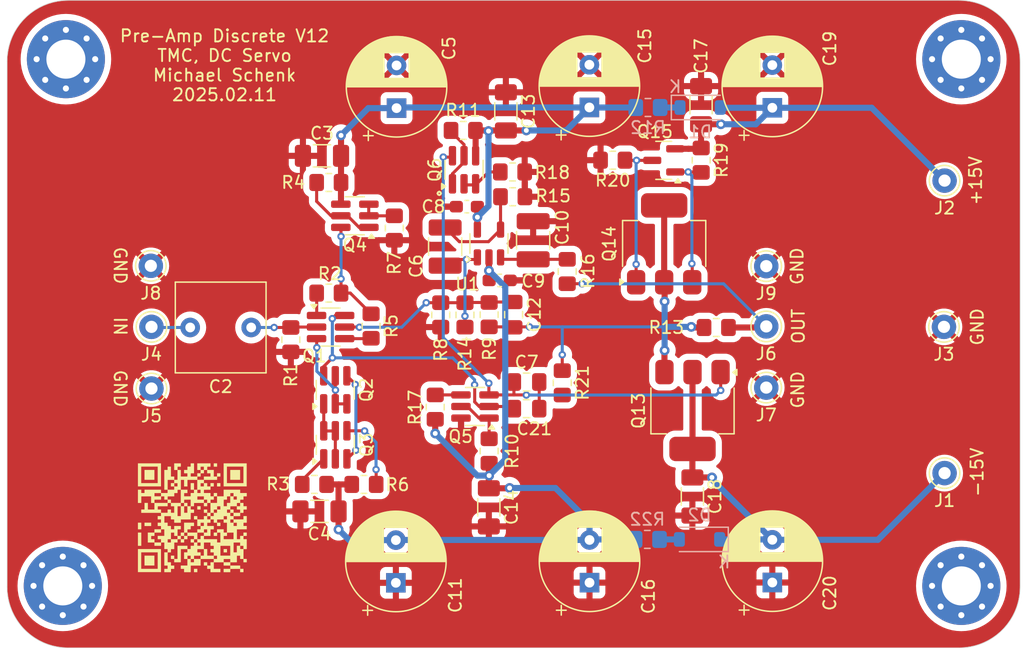
<source format=kicad_pcb>
(kicad_pcb (version 20240108) (generator "pcbnew") (generator_version "8.0")
  (layers (0 "F.Cu" signal) (31 "B.Cu" signal) (34 "B.Paste" user) (35 "F.Paste" user) (36 "B.SilkS" user "B.Silkscreen") (37 "F.SilkS" user "F.Silkscreen") (38 "B.Mask" user) (39 "F.Mask" user) (44 "Edge.Cuts" user))
  (net 0 "")
  (net 1 "GND")
  (net 2 "+15V")
  (net 3 "Net-(Q1A-B1)")
  (net 4 "-15V")
  (net 5 "Net-(J4-Pin_1)")
  (net 6 "Net-(U1--)")
  (net 7 "Net-(Q13-B)")
  (net 8 "Net-(C21-Pad1)")
  (net 9 "Net-(U1-+)")
  (net 10 "DCSERVO_OUT")
  (net 11 "DCSERVO_IN")
  (net 12 "Net-(Q13-E)")
  (net 13 "Net-(Q1B-B2)")
  (net 14 "Net-(Q1A-C1)")
  (net 15 "Net-(Q1A-E1)")
  (net 16 "Net-(Q1B-C2)")
  (net 17 "Net-(Q1B-E2)")
  (net 18 "Net-(Q2A-E1)")
  (net 19 "Net-(Q2B-E2)")
  (net 20 "Net-(Q3A-E1)")
  (net 21 "Net-(Q3B-E2)")
  (net 22 "Net-(Q4A-E1)")
  (net 23 "Net-(Q4A-B1)")
  (net 24 "Net-(Q4A-C1)")
  (net 25 "Net-(Q5A-E1)")
  (net 26 "Net-(Q5B-E2)")
  (net 27 "Net-(Q6A-E1)")
  (net 28 "Net-(Q6A-B1)")
  (net 29 "Net-(Q14-B)")
  (net 30 "Net-(Q14-E)")
  (net 31 "+V")
  (net 32 "-V")
  (net 33 "Net-(D1-K)")
  (net 34 "Net-(D2-A)")
  (footprint "Capacitor_THT:C_Rect_L7.2mm_W7.2mm_P5.00mm_FKS2_FKP2_MKS2_MKP2" (layer "F.Cu") (at 141.4272 122.3264 180)
    (property "Reference" "C2")
    (property "Value" "3.3uF")
  )
  (footprint "MountingHole:MountingHole_3.2mm_M3_Pad_Via" (layer "F.Cu") (at 125.984 143.51)
    (property "Reference" "H3" (hide yes))
    (property "Value" "MountingHole")
  )
  (footprint "Connector_Pin:Pin_D1.0mm_L10.0mm" (layer "F.Cu") (at 133.2522 122.2756)
    (property "Reference" "J4")
    (property "Value" "Conn_01x01")
  )
  (footprint "Connector_Pin:Pin_D1.0mm_L10.0mm" (layer "F.Cu") (at 133.2522 127.3302)
    (property "Reference" "J5")
    (property "Value" "Conn_01x01")
  )
  (footprint "Package_TO_SOT_SMD:SC-74-6_1.55x2.9mm_P0.95mm" (layer "F.Cu") (at 158.877 109.3978 90)
    (property "Reference" "Q6")
    (property "Value" "BCM857DS,115")
  )
  (footprint "Resistor_SMD:R_0805_2012Metric_Pad1.20x1.40mm_HandSolder" (layer "F.Cu") (at 144.6784 123.3264 -90)
    (property "Reference" "R1")
    (property "Value" "10k")
  )
  (footprint "Resistor_SMD:R_0805_2012Metric_Pad1.20x1.40mm_HandSolder" (layer "F.Cu") (at 147.7932 119.507 180)
    (property "Reference" "R2")
    (property "Value" "180R")
  )
  (footprint "Resistor_SMD:R_0805_2012Metric_Pad1.20x1.40mm_HandSolder" (layer "F.Cu") (at 146.6088 135.1917)
    (property "Reference" "R3")
    (property "Value" "220R")
  )
  (footprint "Resistor_SMD:R_0805_2012Metric_Pad1.20x1.40mm_HandSolder" (layer "F.Cu") (at 151.257 122.2088 -90)
    (property "Reference" "R5")
    (property "Value" "180R")
  )
  (footprint "Resistor_SMD:R_0805_2012Metric_Pad1.20x1.40mm_HandSolder" (layer "F.Cu") (at 150.6728 135.1917 180)
    (property "Reference" "R6")
    (property "Value" "220R")
  )
  (footprint "Resistor_SMD:R_0805_2012Metric_Pad1.20x1.40mm_HandSolder" (layer "F.Cu") (at 160.9344 121.2756 90)
    (property "Reference" "R9")
    (property "Value" "10k")
  )
  (footprint "Resistor_SMD:R_0805_2012Metric_Pad1.20x1.40mm_HandSolder" (layer "F.Cu") (at 160.9344 132.4516 -90)
    (property "Reference" "R10")
    (property "Value" "1k")
  )
  (footprint "MountingHole:MountingHole_3.2mm_M3_Pad_Via" (layer "F.Cu") (at 199.644 143.51)
    (property "Reference" "H2" (hide yes))
    (property "Value" "MountingHole")
  )
  (footprint "MountingHole:MountingHole_3.2mm_M3_Pad_Via" (layer "F.Cu") (at 199.644 100.33)
    (property "Reference" "H1" (hide yes))
    (property "Value" "MountingHole")
  )
  (footprint "Resistor_SMD:R_0805_2012Metric_Pad1.20x1.40mm_HandSolder" (layer "F.Cu") (at 158.8102 106.172 180)
    (property "Reference" "R11")
    (property "Value" "75R")
  )
  (footprint "MountingHole:MountingHole_3.2mm_M3_Pad_Via" (layer "F.Cu") (at 126.238 100.33)
    (property "Reference" "H4" (hide yes))
    (property "Value" "MountingHole")
  )
  (footprint "Resistor_SMD:R_0805_2012Metric_Pad1.20x1.40mm_HandSolder" (layer "F.Cu") (at 156.9659 121.2944 -90)
    (property "Reference" "R8")
    (property "Value" "4.7k")
  )
  (footprint "Connector_Pin:Pin_D1.0mm_L10.0mm" (layer "F.Cu") (at 183.652176 122.2375)
    (property "Reference" "J6")
    (property "Value" "Conn_01x01")
  )
  (footprint "Connector_Pin:Pin_D1.0mm_L10.0mm" (layer "F.Cu") (at 183.652176 127.254)
    (property "Reference" "J7")
    (property "Value" "Conn_01x01")
  )
  (footprint "Resistor_SMD:R_0805_2012Metric_Pad1.20x1.40mm_HandSolder" (layer "F.Cu") (at 179.553376 122.3264 180)
    (property "Reference" "R13")
    (property "Value" "47R")
  )
  (footprint "Capacitor_SMD:C_1210_3225Metric_Pad1.33x2.70mm_HandSolder" (layer "F.Cu") (at 157.3287 115.6931 90)
    (property "Reference" "C6")
    (property "Value" "1uF/16V")
  )
  (footprint "Capacitor_SMD:C_0603_1608Metric_Pad1.08x0.95mm_HandSolder" (layer "F.Cu") (at 159.1078 112.4204)
    (property "Reference" "C8")
    (property "Value" "100nF")
  )
  (footprint "Capacitor_SMD:C_0603_1608Metric_Pad1.08x0.95mm_HandSolder" (layer "F.Cu") (at 161.798 118.4656 180)
    (property "Reference" "C9")
    (property "Value" "100nF")
  )
  (footprint "Capacitor_SMD:C_1210_3225Metric_Pad1.33x2.70mm_HandSolder" (layer "F.Cu") (at 164.5423 115.1759 -90)
    (property "Reference" "C10")
    (property "Value" "1uF/16V")
  )
  (footprint "Connector_Pin:Pin_D1.0mm_L10.0mm" (layer "F.Cu") (at 198.2724 134.2644)
    (property "Reference" "J1")
    (property "Value" "Conn_01x01")
  )
  (footprint "Connector_Pin:Pin_D1.0mm_L10.0mm" (layer "F.Cu") (at 198.2724 110.2868)
    (property "Reference" "J2")
    (property "Value" "Conn_01x01")
  )
  (footprint "Connector_Pin:Pin_D1.0mm_L10.0mm" (layer "F.Cu") (at 198.2216 122.2756)
    (property "Reference" "J3")
    (property "Value" "Conn_01x01")
  )
  (footprint "Package_TO_SOT_SMD:SC-74-6_1.55x2.9mm_P0.95mm" (layer "F.Cu") (at 148.3258 131.946 90)
    (property "Reference" "Q3")
    (property "Value" "BCM847DS,115")
  )
  (footprint "Package_TO_SOT_SMD:SC-74-6_1.55x2.9mm_P0.95mm" (layer "F.Cu") (at 149.926 113.168655 180)
    (property "Reference" "Q4")
    (property "Value" "BCM857DS,115")
  )
  (footprint "Resistor_SMD:R_0805_2012Metric_Pad1.20x1.40mm_HandSolder" (layer "F.Cu") (at 147.7932 110.4392 180)
    (property "Reference" "R4")
    (property "Value" "150R")
  )
  (footprint "Resistor_SMD:R_0805_2012Metric_Pad1.20x1.40mm_HandSolder" (layer "F.Cu") (at 153.162 114.170955 -90)
    (property "Reference" "R7")
    (property "Value" "10k")
  )
  (footprint "Resistor_SMD:R_0805_2012Metric_Pad1.20x1.40mm_HandSolder" (layer "F.Cu") (at 158.9532 121.2944 90)
    (property "Reference" "R14")
    (property "Value" "47k")
  )
  (footprint "Resistor_SMD:R_0805_2012Metric_Pad1.20x1.40mm_HandSolder" (layer "F.Cu") (at 162.8648 111.6076)
    (property "Reference" "R15")
    (property "Value" "160k")
  )
  (footprint "Resistor_SMD:R_0805_2012Metric_Pad1.20x1.40mm_HandSolder" (layer "F.Cu") (at 167.3352 117.7384 90)
    (property "Reference" "R16")
    (property "Value" "160k")
  )
  (footprint "Package_TO_SOT_SMD:TSOT-23-5" (layer "F.Cu") (at 160.9203 115.4411 90)
    (property "Reference" "U1")
    (property "Value" "OPA182IDBVR")
  )
  (footprint "Capacitor_SMD:C_0805_2012Metric_Pad1.18x1.45mm_HandSolder" (layer "F.Cu") (at 164.0039 126.7968)
    (property "Reference" "C7")
    (property "Value" "100pF/C0G")
  )
  (footprint "Package_TO_SOT_SMD:SC-74-6_1.55x2.9mm_P0.95mm" (layer "F.Cu") (at 147.9351 122.2908)
    (property "Reference" "Q1")
    (property "Value" "BCM857DS,115")
  )
  (footprint "Package_TO_SOT_SMD:SC-74-6_1.55x2.9mm_P0.95mm" (layer "F.Cu") (at 148.3208 127.4373 90)
    (property "Reference" "Q2")
    (property "Value" "BCM847DS,115")
  )
  (footprint "Package_TO_SOT_SMD:SC-74-6_1.55x2.9mm_P0.95mm" (layer "F.Cu") (at 159.7754 128.8034 180)
    (property "Reference" "Q5")
    (property "Value" "BCM847DS,115")
  )
  (footprint "Resistor_SMD:R_0805_2012Metric_Pad1.20x1.40mm_HandSolder" (layer "F.Cu") (at 171.069776 108.6104 180)
    (property "Reference" "R20")
    (property "Value" "10k")
  )
  (footprint "Package_TO_SOT_SMD:SOT-223-3_TabPin2" (layer "F.Cu") (at 175.284176 115.468 90)
    (property "Reference" "Q14")
    (property "Value" "DZT5401")
  )
  (footprint "Capacitor_SMD:C_0805_2012Metric_Pad1.18x1.45mm_HandSolder" (layer "F.Cu") (at 164.0039 128.9812 180)
    (property "Reference" "C21")
    (property "Value" "47pF/C0G")
  )
  (footprint "Capacitor_THT:CP_Radial_D8.0mm_P3.50mm" (layer "F.Cu") (at 169.164 143.244951 90)
    (property "Reference" "C16")
    (property "Value" "220uF")
  )
  (footprint "Capacitor_SMD:C_1206_3216Metric_Pad1.33x1.80mm_HandSolder" (layer "F.Cu") (at 178.308 104.1015 -90)
    (property "Reference" "C17")
    (property "Value" "100nF")
  )
  (footprint "Resistor_SMD:R_0805_2012Metric_Pad1.20x1.40mm_HandSolder" (layer "F.Cu") (at 156.5148 128.8542 -90)
    (property "Reference" "R17")
    (property "Value" "56")
  )
  (footprint "Connector_Pin:Pin_D1.0mm_L10.0mm" (layer "F.Cu") (at 133.2014 117.2718)
    (property "Reference" "J8")
    (property "Value" "Conn_01x01")
  )
  (footprint "Capacitor_THT:CP_Radial_D8.0mm_P3.50mm" (layer "F.Cu") (at 153.344036 104.3432 90)
    (property "Reference" "C5")
    (property "Value" "220uF")
  )
  (footprint "Capacitor_SMD:C_1206_3216Metric_Pad1.33x1.80mm_HandSolder" (layer "F.Cu") (at 147.0275 137.4015 180)
    (property "Reference" "C4")
    (property "Value" "100nF")
  )
  (footprint "Package_TO_SOT_SMD:SOT-23" (layer "F.Cu") (at 175.247076 108.6256 180)
    (property "Reference" "Q15")
    (property "Value" "BC860C")
  )
  (footprint "Resistor_SMD:R_0805_2012Metric_Pad1.20x1.40mm_HandSolder" (layer "F.Cu") (at 178.318176 108.6104 -90)
    (property "Reference" "R19")
    (property "Value" "40.2R")
  )
  (footprint "Capacitor_THT:CP_Radial_D8.0mm_P3.50mm" (layer "F.Cu") (at 184.15 104.3152 90)
    (property "Reference" "C19")
    (property "Value" "220uF")
  )
  (footprint "Connector_Pin:Pin_D1.0mm_L10.0mm" (layer "F.Cu") (at 183.652176 117.2972)
    (property "Reference" "J9")
    (property "Value" "Conn_01x01")
  )
  (footprint "Capacitor_THT:CP_Radial_D8.0mm_P3.50mm" (layer "F.Cu") (at 169.151931 104.2872 90)
    (property "Reference" "C15")
    (property "Value" "220uF")
  )
  (footprint "Capacitor_SMD:C_1206_3216Metric_Pad1.33x1.80mm_HandSolder" (layer "F.Cu") (at 162.306 104.6095 -90)
    (property "Reference" "C13")
    (property "Value" "100nF")
  )
  (footprint "Resistor_SMD:R_0805_2012Metric_Pad1.20x1.40mm_HandSolder" (layer "F.Cu") (at 162.8488 109.5756)
    (property "Reference" "R18")
    (property "Value" "10k")
  )
  (footprint "Capacitor_SMD:C_0805_2012Metric_Pad1.18x1.45mm_HandSolder" (layer "F.Cu") (at 162.941 121.2756 90)
    (property "Reference" "C12")
    (property "Value" "4.7pF/C0G")
  )
  (footprint "LOGO" (layer "F.Cu") (at 136.6012 137.922)
    (property "Reference" "G***" (hide yes))
    (property "Value" "LOGO" (hide yes))
  )
  (footprint "Capacitor_SMD:C_1206_3216Metric_Pad1.33x1.80mm_HandSolder" (layer "F.Cu") (at 147.2307 108.2548)
    (property "Reference" "C3")
    (property "Value" "100nF")
  )
  (footprint "Capacitor_SMD:C_1206_3216Metric_Pad1.33x1.80mm_HandSolder" (layer "F.Cu") (at 177.5968 136.1825 -90)
    (property "Reference" "C18")
    (property "Value" "100nF")
  )
  (footprint "Package_TO_SOT_SMD:SOT-223-3_TabPin2" (layer "F.Cu") (at 177.606976 129.134 -90)
    (property "Reference" "Q13")
    (property "Value" "DZT5401")
  )
  (footprint "Capacitor_SMD:C_1206_3216Metric_Pad1.33x1.80mm_HandSolder" (layer "F.Cu") (at 160.909 137.0715 -90)
    (property "Reference" "C14")
    (property "Value" "100nF")
  )
  (footprint "Resistor_SMD:R_0805_2012Metric_Pad1.20x1.40mm_HandSolder" (layer "F.Cu") (at 166.9288 126.8636 -90)
    (property "Reference" "R21")
    (property "Value" "1k")
  )
  (footprint "Capacitor_THT:CP_Radial_D8.0mm_P3.50mm" (layer "F.Cu") (at 184.15 143.232251 90)
    (property "Reference" "C20")
    (property "Value" "220uF")
  )
  (footprint "Capacitor_THT:CP_Radial_D8.0mm_P3.50mm" (layer "F.Cu") (at 153.289 143.257651 90)
    (property "Reference" "C11")
    (property "Value" "220uF")
  )
  (footprint "Resistor_SMD:R_0805_2012Metric_Pad1.20x1.40mm_HandSolder" (layer "B.Cu") (at 173.9532 104.2924)
    (property "Reference" "R12")
    (property "Value" "100R")
  )
  (footprint "Resistor_SMD:R_0805_2012Metric_Pad1.20x1.40mm_HandSolder" (layer "B.Cu") (at 173.9024 139.7 180)
    (property "Reference" "R22")
    (property "Value" "100R")
  )
  (footprint "Diode_SMD:D_SOD-123" (layer "B.Cu") (at 178.2308 104.2924)
    (property "Reference" "D1")
    (property "Value" "1N4148WQ-7-F")
  )
  (footprint "Diode_SMD:D_SOD-123" (layer "B.Cu") (at 178.18 139.7 180)
    (property "Reference" "D2")
    (property "Value" "1N4148WQ-7-F")
  )
  (gr_arc (start 126.412 148.59) (mid 122.876466 147.125534) (end 121.412 143.59) (stroke (width 0.05)) (layer "Edge.Cuts"))
  (gr_line (start 199.47 148.59) (end 126.412 148.59) (stroke (width 0.05)) (layer "Edge.Cuts"))
  (gr_arc (start 199.47 95.504) (mid 203.005534 96.968466) (end 204.47 100.504) (stroke (width 0.05)) (layer "Edge.Cuts"))
  (gr_arc (start 121.412 100.504) (mid 122.876466 96.968466) (end 126.412 95.504) (stroke (width 0.05)) (layer "Edge.Cuts"))
  (gr_arc (start 204.47 143.59) (mid 203.005534 147.125534) (end 199.47 148.59) (stroke (width 0.05)) (layer "Edge.Cuts"))
  (gr_line (start 121.412 143.59) (end 121.412 100.504) (stroke (width 0.05)) (layer "Edge.Cuts"))
  (gr_line (start 126.412 95.504) (end 199.47 95.504) (stroke (width 0.05)) (layer "Edge.Cuts"))
  (gr_line (start 204.47 100.504) (end 204.47 143.59) (stroke (width 0.05)) (layer "Edge.Cuts"))
  (gr_text "K" (at 180.7972 142.1384 0) (layer "B.SilkS") (effects (font (size 1 1)) (justify left bottom mirror)))
  (gr_text "K" (at 176.784 103.1748 0) (layer "B.SilkS") (effects (font (size 1 1)) (justify left bottom mirror)))
  (gr_text "GND" (at 186.2328 127.4318 90) (layer "F.SilkS") (effects (font (size 1 1))))
  (gr_text "OUT" (at 186.2836 122.2248 90) (layer "F.SilkS") (effects (font (size 1 1))))
  (gr_text "GND" (at 200.9521 122.2756 90) (layer "F.SilkS") (effects (font (size 1 1))))
  (gr_text "Pre-Amp Discrete V12\nTMC, DC Servo\nMichael Schenk\n2025.02.11" (at 139.2428 100.838 0) (layer "F.SilkS") (effects (font (size 1 1))))
  (gr_text "+15V" (at 200.8124 110.2868 90) (layer "F.SilkS") (effects (font (size 1 1))))
  (gr_text "GND" (at 186.182 117.2972 90) (layer "F.SilkS") (effects (font (size 1 1))))
  (gr_text "IN" (at 130.6868 122.2248 270) (layer "F.SilkS") (effects (font (size 1 1))))
  (gr_text "GND" (at 130.6868 117.2464 270) (layer "F.SilkS") (effects (font (size 1 1))))
  (gr_text "°" (at 156.845 111.7346 0) (layer "F.SilkS") (effects (font (size 1 1))))
  (gr_text "-15V" (at 200.9394 134.1882 90) (layer "F.SilkS") (effects (font (size 1 1))))
  (gr_text "GND" (at 130.6868 127.3302 270) (layer "F.SilkS") (effects (font (size 1 1))))
  (segment (start 158.2453 112.4204) (end 156.4386 112.4204) (width 0.5) (layer "F.Cu") (net 1))
  (segment (start 158.6379 131.1297) (end 158.6484 131.1402) (width 0.5) (layer "F.Cu") (net 1))
  (segment (start 162.6605 118.4656) (end 164.211 118.4656) (width 0.5) (layer "F.Cu") (net 1))
  (segment (start 164.211 118.4656) (end 165.354 119.6086) (width 0.5) (layer "F.Cu") (net 1))
  (segment (start 158.6379 129.7534) (end 158.6379 131.1297) (width 0.5) (layer "F.Cu") (net 1))
  (segment (start 156.4386 112.4204) (end 155.2956 111.2774) (width 0.5) (layer "F.Cu") (net 1))
  (segment (start 179.9336 105.664) (end 178.308 105.664) (width 0.5) (layer "F.Cu") (net 2))
  (segment (start 178.308 105.664) (end 178.308 107.600224) (width 0.5) (layer "F.Cu") (net 2))
  (segment (start 178.308 107.600224) (end 178.318176 107.6104) (width 0.5) (layer "F.Cu") (net 2))
  (segment (start 177.281776 107.6756) (end 178.252976 107.6756) (width 0.5) (layer "F.Cu") (net 2))
  (segment (start 176.184576 107.6756) (end 177.281776 107.6756) (width 0.5) (layer "F.Cu") (net 2))
  (via (at 179.9336 105.664) (size 0.8) (drill 0.4) (layers "F.Cu" "B.Cu") (net 2))
  (segment (start 184.15 104.3152) (end 179.9036 104.3152) (width 0.5) (layer "B.Cu") (net 2))
  (segment (start 192.3008 104.3152) (end 198.2724 110.2868) (width 0.5) (layer "B.Cu") (net 2))
  (segment (start 182.8012 105.664) (end 184.15 104.3152) (width 0.5) (layer "B.Cu") (net 2))
  (segment (start 184.15 104.3152) (end 192.3008 104.3152) (width 0.5) (layer "B.Cu") (net 2))
  (segment (start 179.9336 105.664) (end 182.8012 105.664) (width 0.5) (layer "B.Cu") (net 2))
  (segment (start 179.9036 104.3152) (end 179.8808 104.2924) (width 0.5) (layer "B.Cu") (net 2))
  (segment (start 183.652176 104.2924) (end 183.652176 104.536224) (width 0.5) (layer "B.Cu") (net 2))
  (segment (start 143.3068 122.3264) (end 144.6784 122.3264) (width 0.25) (layer "F.Cu") (net 3))
  (segment (start 144.714 122.2908) (end 144.6784 122.3264) (width 0.25) (layer "F.Cu") (net 3))
  (segment (start 146.7851 122.2908) (end 144.714 122.2908) (width 0.25) (layer "F.Cu") (net 3))
  (via (at 143.3068 122.3264) (size 0.6) (drill 0.3) (layers "F.Cu" "B.Cu") (net 3))
  (segment (start 143.3068 122.3264) (end 141.4272 122.3264) (width 0.25) (layer "B.Cu") (net 3))
  (segment (start 177.5968 134.62) (end 177.5968 132.294176) (width 0.5) (layer "F.Cu") (net 4))
  (segment (start 177.5968 132.294176) (end 177.606976 132.284) (width 0.5) (layer "F.Cu") (net 4))
  (segment (start 177.606976 132.284) (end 177.606976 125.984) (width 0.5) (layer "F.Cu") (net 4))
  (segment (start 179.197 134.62) (end 177.5968 134.62) (width 0.5) (layer "F.Cu") (net 4))
  (via (at 179.197 134.62) (size 0.8) (drill 0.4) (layers "F.Cu" "B.Cu") (net 4))
  (segment (start 179.197 134.779251) (end 179.197 134.62) (width 0.5) (layer "B.Cu") (net 4))
  (segment (start 184.117749 139.7) (end 184.15 139.732251) (width 0.5) (layer "B.Cu") (net 4))
  (segment (start 184.15 139.732251) (end 192.804549 139.732251) (width 0.5) (layer "B.Cu") (net 4))
  (segment (start 192.804549 139.732251) (end 198.2724 134.2644) (width 0.5) (layer "B.Cu") (net 4))
  (segment (start 179.3748 134.62) (end 179.197 134.62) (width 0.5) (layer "B.Cu") (net 4))
  (segment (start 179.83 139.7) (end 184.117749 139.7) (width 0.5) (layer "B.Cu") (net 4))
  (segment (start 184.15 139.732251) (end 179.197 134.779251) (width 0.5) (layer "B.Cu") (net 4))
  (segment (start 136.4272 122.3264) (end 133.303 122.3264) (width 0.25) (layer "B.Cu") (net 5))
  (segment (start 161.8703 114.3036) (end 161.8703 111.6131) (width 0.25) (layer "F.Cu") (net 6))
  (segment (start 161.8703 114.3036) (end 160.8828 115.2911) (width 0.25) (layer "F.Cu") (net 6))
  (segment (start 158.4892 115.2911) (end 157.3287 114.1306) (width 0.25) (layer "F.Cu") (net 6))
  (segment (start 160.8828 115.2911) (end 158.4892 115.2911) (width 0.25) (layer "F.Cu") (net 6))
  (segment (start 160.9129 127.8534) (end 160.9129 126.9023) (width 0.25) (layer "F.Cu") (net 7))
  (segment (start 162.9664 126.7968) (end 162.9664 127.8534) (width 0.25) (layer "F.Cu") (net 7))
  (segment (start 160.9129 126.9023) (end 160.909 126.8984) (width 0.25) (layer "F.Cu") (net 7))
  (segment (start 163.9824 127.8636) (end 163.9722 127.8534) (width 0.25) (layer "F.Cu") (net 7))
  (segment (start 163.9722 127.8534) (end 162.9664 127.8534) (width 0.25) (layer "F.Cu") (net 7))
  (segment (start 162.9664 127.8534) (end 160.9254 127.8534) (width 0.25) (layer "F.Cu") (net 7))
  (segment (start 163.9824 127.8636) (end 163.9824 127.8128) (width 0.25) (layer "F.Cu") (net 7))
  (segment (start 179.918376 127.4826) (end 179.918376 125.9954) (width 0.25) (layer "F.Cu") (net 7))
  (segment (start 157.1807 108.3619) (end 157.1752 108.3564) (width 0.25) (layer "F.Cu") (net 7))
  (segment (start 157.927 108.3619) (end 157.1807 108.3619) (width 0.25) (layer "F.Cu") (net 7))
  (via (at 179.918376 127.4826) (size 0.6) (drill 0.3) (layers "F.Cu" "B.Cu") (net 7))
  (via (at 157.1752 108.3564) (size 0.6) (drill 0.3) (layers "F.Cu" "B.Cu") (net 7))
  (via (at 160.909 126.8984) (size 0.6) (drill 0.3) (layers "F.Cu" "B.Cu") (net 7))
  (via (at 163.9824 127.8636) (size 0.6) (drill 0.3) (layers "F.Cu" "B.Cu") (net 7))
  (segment (start 160.909 126.8984) (end 157.1752 123.1646) (width 0.25) (layer "B.Cu") (net 7))
  (segment (start 157.1752 123.1646) (end 157.1752 108.3564) (width 0.25) (layer "B.Cu") (net 7))
  (segment (start 179.537376 127.8636) (end 179.918376 127.4826) (width 0.25) (layer "B.Cu") (net 7))
  (segment (start 163.9824 127.8636) (end 179.537376 127.8636) (width 0.25) (layer "B.Cu") (net 7))
  (segment (start 165.0414 127.8636) (end 165.0414 126.7968) (width 0.25) (layer "F.Cu") (net 8))
  (segment (start 166.9288 127.8636) (end 165.0414 127.8636) (width 0.25) (layer "F.Cu") (net 8))
  (segment (start 165.0414 128.9812) (end 165.0414 127.8636) (width 0.25) (layer "F.Cu") (net 8))
  (segment (start 167.3352 116.7384) (end 164.5423 116.7384) (width 0.25) (layer "F.Cu") (net 9))
  (segment (start 164.5423 116.7384) (end 161.883 116.7384) (width 0.25) (layer "F.Cu") (net 9))
  (segment (start 159.0686 116.7511) (end 157.8332 116.7511) (width 0.25) (layer "F.Cu") (net 10))
  (segment (start 158.9532 122.2944) (end 158.9532 121.3939) (width 0.25) (layer "F.Cu") (net 10))
  (segment (start 159.9703 116.7511) (end 159.0686 116.7511) (width 0.25) (layer "F.Cu") (net 10))
  (via (at 159.0686 116.7511) (size 0.6) (drill 0.3) (layers "F.Cu" "B.Cu") (net 10))
  (via (at 158.9532 121.3939) (size 0.6) (drill 0.3) (layers "F.Cu" "B.Cu") (net 10))
  (segment (start 158.9532 121.3939) (end 158.9532 116.8665) (width 0.25) (layer "B.Cu") (net 10))
  (segment (start 158.9532 116.8665) (end 159.0686 116.7511) (width 0.25) (layer "B.Cu") (net 10))
  (segment (start 167.3352 118.7384) (end 168.5478 118.7384) (width 0.25) (layer "F.Cu") (net 11))
  (segment (start 180.553376 122.3264) (end 183.563276 122.3264) (width 0.5) (layer "F.Cu") (net 11))
  (segment (start 168.5478 118.7384) (end 168.5544 118.745) (width 0.25) (layer "F.Cu") (net 11))
  (via (at 168.5544 118.745) (size 0.6) (drill 0.3) (layers "F.Cu" "B.Cu") (net 11))
  (segment (start 180.159676 118.745) (end 183.652176 122.2375) (width 0.25) (layer "B.Cu") (net 11))
  (segment (start 168.5544 118.745) (end 180.159676 118.745) (width 0.25) (layer "B.Cu") (net 11))
  (segment (start 175.306976 125.984) (end 175.306976 124.22) (width 0.5) (layer "F.Cu") (net 12))
  (segment (start 166.9288 125.8636) (end 166.9288 124.5616) (width 0.25) (layer "F.Cu") (net 12))
  (segment (start 177.556176 122.3264) (end 177.505376 122.2756) (width 0.5) (layer "F.Cu") (net 12))
  (segment (start 160.9344 122.2756) (end 164.2364 122.2756) (width 0.25) (layer "F.Cu") (net 12))
  (segment (start 175.306976 124.22) (end 175.320976 124.206) (width 0.5) (layer "F.Cu") (net 12))
  (segment (start 175.284176 118.618) (end 175.284176 112.318) (width 0.5) (layer "F.Cu") (net 12))
  (segment (start 178.553376 122.3264) (end 177.556176 122.3264) (width 0.5) (layer "F.Cu") (net 12))
  (segment (start 175.320976 120.1928) (end 175.320976 118.6548) (width 0.5) (layer "F.Cu") (net 12))
  (via (at 175.320976 120.1928) (size 0.8) (drill 0.4) (layers "F.Cu" "B.Cu") (net 12))
  (via (at 175.320976 124.206) (size 0.8) (drill 0.4) (layers "F.Cu" "B.Cu") (net 12))
  (via (at 166.9288 124.5616) (size 0.6) (drill 0.3) (layers "F.Cu" "B.Cu") (net 12))
  (via (at 164.2364 122.2756) (size 0.6) (drill 0.3) (layers "F.Cu" "B.Cu") (net 12))
  (via (at 177.505376 122.2756) (size 0.8) (drill 0.4) (layers "F.Cu" "B.Cu") (net 12))
  (segment (start 175.320976 124.206) (end 175.320976 122.3772) (width 0.5) (layer "B.Cu") (net 12))
  (segment (start 164.2364 122.2756) (end 166.6748 122.2756) (width 0.25) (layer "B.Cu") (net 12))
  (segment (start 175.320976 122.3772) (end 175.320976 120.1928) (width 0.5) (layer "B.Cu") (net 12))
  (segment (start 175.422576 122.2756) (end 175.320976 122.3772) (width 0.5) (layer "B.Cu") (net 12))
  (segment (start 177.505376 122.2756) (end 175.422576 122.2756) (width 0.5) (layer "B.Cu") (net 12))
  (segment (start 166.9288 122.2756) (end 175.422576 122.2756) (width 0.25) (layer "B.Cu") (net 12))
  (segment (start 166.6748 122.2756) (end 166.9288 122.2756) (width 0.25) (layer "B.Cu") (net 12))
  (segment (start 166.9288 124.5616) (end 166.9288 122.2756) (width 0.25) (layer "B.Cu") (net 12))
  (segment (start 150.283135 122.2908) (end 150.29955 122.307215) (width 0.25) (layer "F.Cu") (net 13))
  (segment (start 155.7782 120.2944) (end 156.9659 120.2944) (width 0.25) (layer "F.Cu") (net 13))
  (segment (start 160.9344 120.2756) (end 158.972 120.2756) (width 0.25) (layer "F.Cu") (net 13))
  (segment (start 162.941 120.2381) (end 160.9719 120.2381) (width 0.25) (layer "F.Cu") (net 13))
  (segment (start 158.9532 120.2944) (end 156.9659 120.2944) (width 0.25) (layer "F.Cu") (net 13))
  (segment (start 160.9719 120.2381) (end 160.9344 120.2756) (width 0.25) (layer "F.Cu") (net 13))
  (segment (start 149.0726 122.2908) (end 150.283135 122.2908) (width 0.25) (layer "F.Cu") (net 13))
  (via (at 155.7782 120.2944) (size 0.6) (drill 0.3) (layers "F.Cu" "B.Cu") (net 13))
  (via (at 150.29955 122.307215) (size 0.6) (drill 0.3) (layers "F.Cu" "B.Cu") (net 13))
  (segment (start 153.765385 122.307215) (end 150.29955 122.307215) (width 0.25) (layer "B.Cu") (net 13))
  (segment (start 153.765385 122.307215) (end 155.7782 120.2944) (width 0.25) (layer "B.Cu") (net 13))
  (segment (start 160.9254 128.8034) (end 162.7886 128.8034) (width 0.25) (layer "F.Cu") (net 14))
  (segment (start 160.9254 128.8034) (end 160.125401 128.8034) (width 0.25) (layer "F.Cu") (net 14))
  (segment (start 160.125401 128.8034) (end 159.7504 128.428399) (width 0.25) (layer "F.Cu") (net 14))
  (segment (start 147.3708 126.2873) (end 147.3708 125.5268) (width 0.25) (layer "F.Cu") (net 14))
  (segment (start 160.9129 128.8034) (end 160.514004 128.8034) (width 0.25) (layer "F.Cu") (net 14))
  (segment (start 162.6362 128.8034) (end 162.814 128.9812) (width 0.25) (layer "F.Cu") (net 14))
  (segment (start 162.7886 128.8034) (end 162.9664 128.9812) (width 0.25) (layer "F.Cu") (net 14))
  (segment (start 147.3708 125.5268) (end 148.082 124.8156) (width 0.25) (layer "F.Cu") (net 14))
  (segment (start 159.7504 127.0352) (end 159.7406 127.0254) (width 0.25) (layer "F.Cu") (net 14))
  (segment (start 159.7504 128.428399) (end 159.7504 127.0352) (width 0.25) (layer "F.Cu") (net 14))
  (segment (start 148.334308 121.3408) (end 148.076339 121.598769) (width 0.25) (layer "F.Cu") (net 14))
  (segment (start 149.0851 121.3408) (end 148.334308 121.3408) (width 0.25) (layer "F.Cu") (net 14))
  (via (at 159.7406 127.0254) (size 0.6) (drill 0.3) (layers "F.Cu" "B.Cu") (net 14))
  (via (at 148.082 124.8156) (size 0.6) (drill 0.3) (layers "F.Cu" "B.Cu") (net 14))
  (via (at 148.076339 121.598769) (size 0.6) (drill 0.3) (layers "F.Cu" "B.Cu") (net 14))
  (segment (start 157.942316 124.8156) (end 159.7406 126.613884) (width 0.25) (layer "B.Cu") (net 14))
  (segment (start 148.082 124.8156) (end 148.082 121.60443) (width 0.25) (layer "B.Cu") (net 14))
  (segment (start 159.7406 126.613884) (end 159.7406 127.0254) (width 0.25) (layer "B.Cu") (net 14))
  (segment (start 148.082 124.8156) (end 157.942316 124.8156) (width 0.25) (layer "B.Cu") (net 14))
  (segment (start 148.082 121.60443) (end 148.076339 121.598769) (width 0.25) (layer "B.Cu") (net 14))
  (segment (start 146.7976 121.3408) (end 146.7976 119.5114) (width 0.25) (layer "F.Cu") (net 15))
  (segment (start 146.7976 119.5114) (end 146.7932 119.507) (width 0.25) (layer "F.Cu") (net 15))
  (segment (start 146.7976 123.963) (end 146.812 123.9774) (width 0.25) (layer "F.Cu") (net 16))
  (segment (start 146.7976 123.2408) (end 146.7976 123.963) (width 0.25) (layer "F.Cu") (net 16))
  (segment (start 148.3208 127.442) (end 148.336 127.4572) (width 0.25) (layer "F.Cu") (net 16))
  (segment (start 148.3208 127.4724) (end 148.3208 128.5873) (width 0.25) (layer "F.Cu") (net 16))
  (segment (start 149.2708 128.5873) (end 148.3208 128.5873) (width 0.25) (layer "F.Cu") (net 16))
  (segment (start 148.336 127.4572) (end 148.3208 127.4724) (width 0.25) (layer "F.Cu") (net 16))
  (segment (start 148.3208 126.2873) (end 148.3208 127.442) (width 0.25) (layer "F.Cu") (net 16))
  (via (at 148.336 127.4572) (size 0.6) (drill 0.3) (layers "F.Cu" "B.Cu") (net 16))
  (via (at 146.812 123.9774) (size 0.6) (drill 0.3) (layers "F.Cu" "B.Cu") (net 16))
  (segment (start 148.336 127.4572) (end 148.336 127.4368) (width 0.25) (layer "B.Cu") (net 16))
  (segment (start 148.336 127.4368) (end 146.812 125.9128) (width 0.25) (layer "B.Cu") (net 16))
  (segment (start 146.812 123.9774) (end 146.812 125.9128) (width 0.25) (layer "B.Cu") (net 16))
  (segment (start 149.0726 123.2408) (end 151.225 123.2408) (width 0.25) (layer "F.Cu") (net 17))
  (segment (start 151.225 123.2408) (end 151.257 123.2088) (width 0.25) (layer "F.Cu") (net 17))
  (segment (start 148.3258 133.0835) (end 148.3258 130.8085) (width 0.25) (layer "F.Cu") (net 18))
  (segment (start 147.3758 128.5798) (end 147.3708 128.5748) (width 0.25) (layer "F.Cu") (net 18))
  (segment (start 147.3758 130.796) (end 147.3758 128.5923) (width 0.25) (layer "F.Cu") (net 18))
  (segment (start 147.3758 128.5923) (end 147.3708 128.5873) (width 0.25) (layer "F.Cu") (net 18))
  (segment (start 148.3258 130.8085) (end 147.3758 130.8085) (width 0.25) (layer "F.Cu") (net 18))
  (segment (start 149.9616 126.9781) (end 149.2708 126.2873) (width 0.25) (layer "F.Cu") (net 19))
  (segment (start 149.3012 133.096) (end 150.0124 132.3848) (width 0.25) (layer "F.Cu") (net 19))
  (segment (start 149.9616 127) (end 149.9616 126.9781) (width 0.25) (layer "F.Cu") (net 19))
  (segment (start 149.2758 133.096) (end 149.3012 133.096) (width 0.25) (layer "F.Cu") (net 19))
  (segment (start 149.2758 126.3048) (end 149.2708 126.2998) (width 0.25) (layer "F.Cu") (net 19))
  (via (at 150.0124 132.3848) (size 0.6) (drill 0.3) (layers "F.Cu" "B.Cu") (net 19))
  (via (at 149.9616 127) (size 0.6) (drill 0.3) (layers "F.Cu" "B.Cu") (net 19))
  (segment (start 150.0124 127.0508) (end 149.9616 127) (width 0.25) (layer "B.Cu") (net 19))
  (segment (start 150.0124 132.3848) (end 150.0124 127.0508) (width 0.25) (layer "B.Cu") (net 19))
  (segment (start 145.6088 134.8505) (end 147.3758 133.0835) (width 0.25) (layer "F.Cu") (net 20))
  (segment (start 145.6088 135.1917) (end 145.6088 134.8505) (width 0.25) (layer "F.Cu") (net 20))
  (segment (start 150.7096 130.796) (end 150.7236 130.81) (width 0.25) (layer "F.Cu") (net 21))
  (segment (start 151.6728 135.1917) (end 151.6728 133.9819) (width 0.25) (layer "F.Cu") (net 21))
  (segment (start 151.6728 133.9819) (end 151.6634 133.9725) (width 0.25) (layer "F.Cu") (net 21))
  (segment (start 149.2758 130.796) (end 150.7096 130.796) (width 0.25) (layer "F.Cu") (net 21))
  (segment (start 149.2902 130.8229) (end 149.2758 130.8085) (width 0.25) (layer "F.Cu") (net 21))
  (via (at 150.7236 130.81) (size 0.6) (drill 0.3) (layers "F.Cu" "B.Cu") (net 21))
  (via (at 151.6634 133.9725) (size 0.6) (drill 0.3) (layers "F.Cu" "B.Cu") (net 21))
  (segment (start 151.6634 131.7498) (end 151.6634 133.9725) (width 0.25) (layer "B.Cu") (net 21))
  (segment (start 150.7236 130.81) (end 151.6634 131.7498) (width 0.25) (layer "B.Cu") (net 21))
  (segment (start 147.976001 113.168655) (end 146.7932 111.985854) (width 0.25) (layer "F.Cu") (net 22))
  (segment (start 148.7885 113.168655) (end 148.389604 113.168655) (width 0.25) (layer "F.Cu") (net 22))
  (segment (start 148.776 113.168655) (end 147.976001 113.168655) (width 0.25) (layer "F.Cu") (net 22))
  (segment (start 149.187396 113.168655) (end 148.7885 113.168655) (width 0.25) (layer "F.Cu") (net 22))
  (segment (start 146.7932 111.985854) (end 146.7932 110.4392) (width 0.25) (layer "F.Cu") (net 22))
  (segment (start 151.076 114.118655) (end 150.276001 114.118655) (width 0.25) (layer "F.Cu") (net 22))
  (segment (start 149.326001 113.168655) (end 148.776 113.168655) (width 0.25) (layer "F.Cu") (net 22))
  (segment (start 150.276001 114.118655) (end 149.326001 113.168655) (width 0.25) (layer "F.Cu") (net 22))
  (segment (start 151.0658 113.170955) (end 151.0635 113.168655) (width 0.25) (layer "F.Cu") (net 23))
  (segment (start 151.0635 113.168655) (end 151.0635 112.218655) (width 0.25) (layer "F.Cu") (net 23))
  (segment (start 151.0783 113.170955) (end 151.076 113.168655) (width 0.25) (layer "F.Cu") (net 23))
  (segment (start 153.162 113.170955) (end 151.0783 113.170955) (width 0.25) (layer "F.Cu") (net 23))
  (segment (start 148.7885 114.118655) (end 148.7885 114.8541) (width 0.25) (layer "F.Cu") (net 24))
  (segment (start 148.7932 118.3386) (end 148.7932 119.507) (width 0.25) (layer "F.Cu") (net 24))
  (segment (start 148.7885 114.8541) (end 148.7932 114.8588) (width 0.25) (layer "F.Cu") (net 24))
  (segment (start 148.7932 119.507) (end 149.5552 119.507) (width 0.25) (layer "F.Cu") (net 24))
  (segment (start 149.5552 119.507) (end 151.257 121.2088) (width 0.25) (layer "F.Cu") (net 24))
  (via (at 148.7932 118.3386) (size 0.6) (drill 0.3) (layers "F.Cu" "B.Cu") (net 24))
  (via (at 148.7932 114.8588) (size 0.6) (drill 0.3) (layers "F.Cu" "B.Cu") (net 24))
  (segment (start 148.7932 114.8588) (end 148.7932 118.3386) (width 0.25) (layer "B.Cu") (net 24))
  (segment (start 160.101308 129.7534) (end 159.151308 128.8034) (width 0.25) (layer "F.Cu") (net 25))
  (segment (start 159.151308 128.8034) (end 158.6254 128.8034) (width 0.25) (layer "F.Cu") (net 25))
  (segment (start 160.9254 129.7534) (end 160.101308 129.7534) (width 0.25) (layer "F.Cu") (net 25))
  (segment (start 160.9344 129.7749) (end 160.9129 129.7534) (width 0.25) (layer "F.Cu") (net 25))
  (segment (start 160.9344 131.4516) (end 160.9344 129.7749) (width 0.25) (layer "F.Cu") (net 25))
  (segment (start 158.6254 127.8534) (end 156.5156 127.8534) (width 0.25) (layer "F.Cu") (net 26))
  (segment (start 156.6172 127.8534) (end 156.6164 127.8542) (width 0.25) (layer "F.Cu") (net 26))
  (segment (start 156.5156 127.8534) (end 156.5148 127.8542) (width 0.25) (layer "F.Cu") (net 26))
  (segment (start 157.927 110.5478) (end 157.927 109.723708) (width 0.25) (layer "F.Cu") (net 27))
  (segment (start 157.927 109.723708) (end 158.877 108.773708) (width 0.25) (layer "F.Cu") (net 27))
  (segment (start 158.877 108.2603) (end 158.877 107.3349) (width 0.25) (layer "F.Cu") (net 27))
  (segment (start 158.877 108.773708) (end 158.877 108.2478) (width 0.25) (layer "F.Cu") (net 27))
  (segment (start 158.877 107.3349) (end 157.8102 106.2681) (width 0.25) (layer "F.Cu") (net 27))
  (segment (start 158.877 110.6369) (end 159.827 110.6369) (width 0.25) (layer "F.Cu") (net 28))
  (segment (start 161.8488 109.5756) (end 160.8883 109.5756) (width 0.25) (layer "F.Cu") (net 28))
  (segment (start 160.8883 109.5756) (end 159.827 110.6369) (width 0.25) (layer "F.Cu") (net 28))
  (segment (start 172.984176 118.618) (end 172.984176 117.1448) (width 0.25) (layer "F.Cu") (net 29))
  (segment (start 173.019776 108.6256) (end 172.084976 108.6256) (width 0.25) (layer "F.Cu") (net 29))
  (segment (start 174.309576 108.6256) (end 173.019776 108.6256) (width 0.25) (layer "F.Cu") (net 29))
  (via (at 173.019776 108.6256) (size 0.6) (drill 0.3) (layers "F.Cu" "B.Cu") (net 29))
  (via (at 172.984176 117.1448) (size 0.6) (drill 0.3) (layers "F.Cu" "B.Cu") (net 29))
  (segment (start 172.984176 117.1448) (end 172.984176 108.6612) (width 0.25) (layer "B.Cu") (net 29))
  (segment (start 172.984176 108.6612) (end 173.019776 108.6256) (width 0.25) (layer "B.Cu") (net 29))
  (segment (start 177.584176 117.122) (end 177.556176 117.094) (width 0.25) (layer "F.Cu") (net 30))
  (segment (start 176.184576 109.5756) (end 177.251376 109.5756) (width 0.25) (layer "F.Cu") (net 30))
  (segment (start 177.584176 118.618) (end 177.584176 117.122) (width 0.25) (layer "F.Cu") (net 30))
  (segment (start 177.251376 109.5756) (end 178.283376 109.5756) (width 0.25) (layer "F.Cu") (net 30))
  (via (at 177.556176 117.094) (size 0.6) (drill 0.3) (layers "F.Cu" "B.Cu") (net 30))
  (via (at 177.251376 109.5756) (size 0.6) (drill 0.3) (layers "F.Cu" "B.Cu") (net 30))
  (segment (start 177.556176 117.094) (end 177.556176 109.8804) (width 0.25) (layer "B.Cu") (net 30))
  (segment (start 177.556176 109.8804) (end 177.251376 109.5756) (width 0.25) (layer "B.Cu") (net 30))
  (segment (start 160.9344 106.172) (end 162.306 106.172) (width 0.5) (layer "F.Cu") (net 31))
  (segment (start 160.8328 106.172) (end 160.8836 106.2228) (width 0.5) (layer "F.Cu") (net 31))
  (segment (start 159.8102 106.172) (end 160.8328 106.172) (width 0.5) (layer "F.Cu") (net 31))
  (segment (start 148.7932 106.5784) (end 148.7932 108.2548) (width 0.5) (layer "F.Cu") (net 31))
  (segment (start 148.7885 112.218655) (end 148.7885 110.4439) (width 0.5) (layer "F.Cu") (net 31))
  (segment (start 160.8836 106.2228) (end 160.9344 106.172) (width 0.5) (layer "F.Cu") (net 31))
  (segment (start 159.9703 114.3036) (end 159.9703 113.2829) (width 0.5) (layer "F.Cu") (net 31))
  (segment (start 148.7932 108.2548) (end 148.7932 110.4392) (width 0.5) (layer "F.Cu") (net 31))
  (segment (start 159.827 108.2478) (end 159.827 106.1888) (width 0.5) (layer "F.Cu") (net 31))
  (segment (start 148.7885 110.4439) (end 148.7932 110.4392) (width 0.5) (layer "F.Cu") (net 31))
  (segment (start 159.827 106.1888) (end 159.8102 106.172) (width 0.5) (layer "F.Cu") (net 31))
  (segment (start 159.9703 113.2829) (end 159.9703 112.4204) (width 0.5) (layer "F.Cu") (net 31))
  (segment (start 162.306 106.172) (end 163.9824 106.172) (width 0.5) (layer "F.Cu") (net 31))
  (via (at 163.9824 106.172) (size 0.8) (drill 0.4) (layers "F.Cu" "B.Cu") (net 31))
  (via (at 160.8836 106.2228) (size 0.8) (drill 0.4) (layers "F.Cu" "B.Cu") (net 31))
  (via (at 148.7932 106.5784) (size 0.8) (drill 0.4) (layers "F.Cu" "B.Cu") (net 31))
  (via (at 159.9703 113.2829) (size 0.8) (drill 0.4) (layers "F.Cu" "B.Cu") (net 31))
  (segment (start 167.3352 106.172) (end 163.9824 106.172) (width 0.5) (layer "B.Cu") (net 31))
  (segment (start 169.151931 104.2872) (end 167.3352 106.103931) (width 0.5) (layer "B.Cu") (net 31))
  (segment (start 160.8836 106.2228) (end 160.8836 112.3696) (width 0.5) (layer "B.Cu") (net 31))
  (segment (start 153.344036 104.3432) (end 151.0284 104.3432) (width 0.5) (layer "B.Cu") (net 31))
  (segment (start 169.151931 104.2872) (end 153.400036 104.2872) (width 0.5) (layer "B.Cu") (net 31))
  (segment (start 172.9532 104.2924) (end 169.157131 104.2924) (width 0.5) (layer "B.Cu") (net 31))
  (segment (start 167.3352 106.103931) (end 167.3352 106.172) (width 0.5) (layer "B.Cu") (net 31))
  (segment (start 153.400036 104.2872) (end 153.344036 104.3432) (width 0.5) (layer "B.Cu") (net 31))
  (segment (start 151.0284 104.3432) (end 148.7932 106.5784) (width 0.5) (layer "B.Cu") (net 31))
  (segment (start 169.157131 104.2924) (end 169.151931 104.2872) (width 0.5) (layer "B.Cu") (net 31))
  (segment (start 160.8836 112.3696) (end 159.9703 113.2829) (width 0.5) (layer "B.Cu") (net 31))
  (segment (start 169.151931 104.2872) (end 169.151931 104.304469) (width 0.5) (layer "B.Cu") (net 31))
  (segment (start 169.179931 104.3152) (end 169.151931 104.2872) (width 0.5) (layer "B.Cu") (net 31))
  (segment (start 148.59 135.2171) (end 148.6154 135.1917) (width 0.5) (layer "F.Cu") (net 32))
  (segment (start 160.909 135.509) (end 162.5854 135.509) (width 0.5) (layer "F.Cu") (net 32))
  (segment (start 160.909 135.509) (end 160.909 134.493) (width 0.5) (layer "F.Cu") (net 32))
  (segment (start 148.6154 135.1917) (end 147.6088 135.1917) (width 0.5) (layer "F.Cu") (net 32))
  (segment (start 160.9203 117.6669) (end 160.9203 118.4504) (width 0.5) (layer "F.Cu") (net 32))
  (segment (start 160.9344 134.4676) (end 160.909 134.4422) (width 0.5) (layer "F.Cu") (net 32))
  (segment (start 160.9203 116.5786) (end 160.9203 117.6669) (width 0.5) (layer "F.Cu") (net 32))
  (segment (start 162.5854 135.509) (end 162.6108 135.4836) (width 0.5) (layer "F.Cu") (net 32))
  (segment (start 149.6728 135.1917) (end 148.6154 135.1917) (width 0.5) (layer "F.Cu") (net 32))
  (segment (start 148.59 138.8872) (end 148.59 137.4015) (width 0.5) (layer "F.Cu") (net 32))
  (segment (start 156.5148 129.8542) (end 156.5148 131.0132) (width 0.5) (layer "F.Cu") (net 32))
  (segment (start 148.59 137.4015) (end 148.59 135.2171) (width 0.5) (layer "F.Cu") (net 32))
  (segment (start 160.909 134.493) (end 160.9344 134.4676) (width 0.5) (layer "F.Cu") (net 32))
  (segment (start 160.909 134.4422) (end 160.909 133.477) (width 0.5) (layer "F.Cu") (net 32))
  (segment (start 160.909 133.477) (end 160.9344 133.4516) (width 0.5) (layer "F.Cu") (net 32))
  (via (at 160.9203 117.6669) (size 0.8) (drill 0.4) (layers "F.Cu" "B.Cu") (net 32))
  (via (at 156.5148 131.0132) (size 0.8) (drill 0.4) (layers "F.Cu" "B.Cu") (net 32))
  (via (at 162.6108 135.4836) (size 0.8) (drill 0.4) (layers "F.Cu" "B.Cu") (net 32))
  (via (at 160.9344 134.4676) (size 0.8) (drill 0.4) (layers "F.Cu" "B.Cu") (net 32))
  (via (at 148.59 138.8872) (size 0.8) (drill 0.4) (layers "F.Cu" "B.Cu") (net 32))
  (segment (start 160.9344 134.4676) (end 159.9692 134.4676) (width 0.5) (layer "B.Cu") (net 32))
  (segment (start 162.2552 119.0018) (end 160.9203 117.6669) (width 0.5) (layer "B.Cu") (net 32))
  (segment (start 169.164 139.744951) (end 153.3017 139.744951) (width 0.5) (layer "B.Cu") (net 32))
  (segment (start 169.164 139.744951) (end 169.164 138.2776) (width 0.5) (layer "B.Cu") (net 32))
  (segment (start 159.9692 134.4676) (end 156.5148 131.0132) (width 0.5) (layer "B.Cu") (net 32))
  (segment (start 153.3017 139.744951) (end 153.289 139.757651) (width 0.5) (layer "B.Cu") (net 32))
  (segment (start 153.289 139.757651) (end 149.460451 139.757651) (width 0.5) (layer "B.Cu") (net 32))
  (segment (start 166.37 135.4836) (end 162.6108 135.4836) (width 0.5) (layer "B.Cu") (net 32))
  (segment (start 172.9024 139.7) (end 169.208951 139.7) (width 0.5) (layer "B.Cu") (net 32))
  (segment (start 149.460451 139.757651) (end 148.59 138.8872) (width 0.5) (layer "B.Cu") (net 32))
  (segment (start 169.164 139.744951) (end 168.700951 139.744951) (width 0.5) (layer "B.Cu") (net 32))
  (segment (start 169.164 138.2776) (end 166.37 135.4836) (width 0.5) (layer "B.Cu") (net 32))
  (segment (start 169.208951 139.7) (end 169.164 139.744951) (width 0.5) (layer "B.Cu") (net 32))
  (segment (start 168.700951 139.744951) (end 168.688251 139.757651) (width 0.5) (layer "B.Cu") (net 32))
  (segment (start 162.2552 133.1468) (end 162.2552 119.0018) (width 0.5) (layer "B.Cu") (net 32))
  (segment (start 160.9344 134.4676) (end 162.2552 133.1468) (width 0.5) (layer "B.Cu") (net 32))
  (segment (start 176.5808 104.2924) (end 174.9532 104.2924) (width 0.5) (layer "B.Cu") (net 33))
  (segment (start 176.53 139.7) (end 174.9024 139.7) (width 0.5) (layer "B.Cu") (net 34))
  (zone (net 1) (net_name "GND") (layer "F.Cu") (connect_pads (clearance 0.508)) (min_thickness 0.25) (fill yes (thermal_gap 0.5) (thermal_bridge_width 0.5))
    (polygon (pts (xy 121.412 95.504) (xy 204.47 95.504) (xy 204.47 148.59) (xy 121.412 148.59)))
  )
)
</source>
